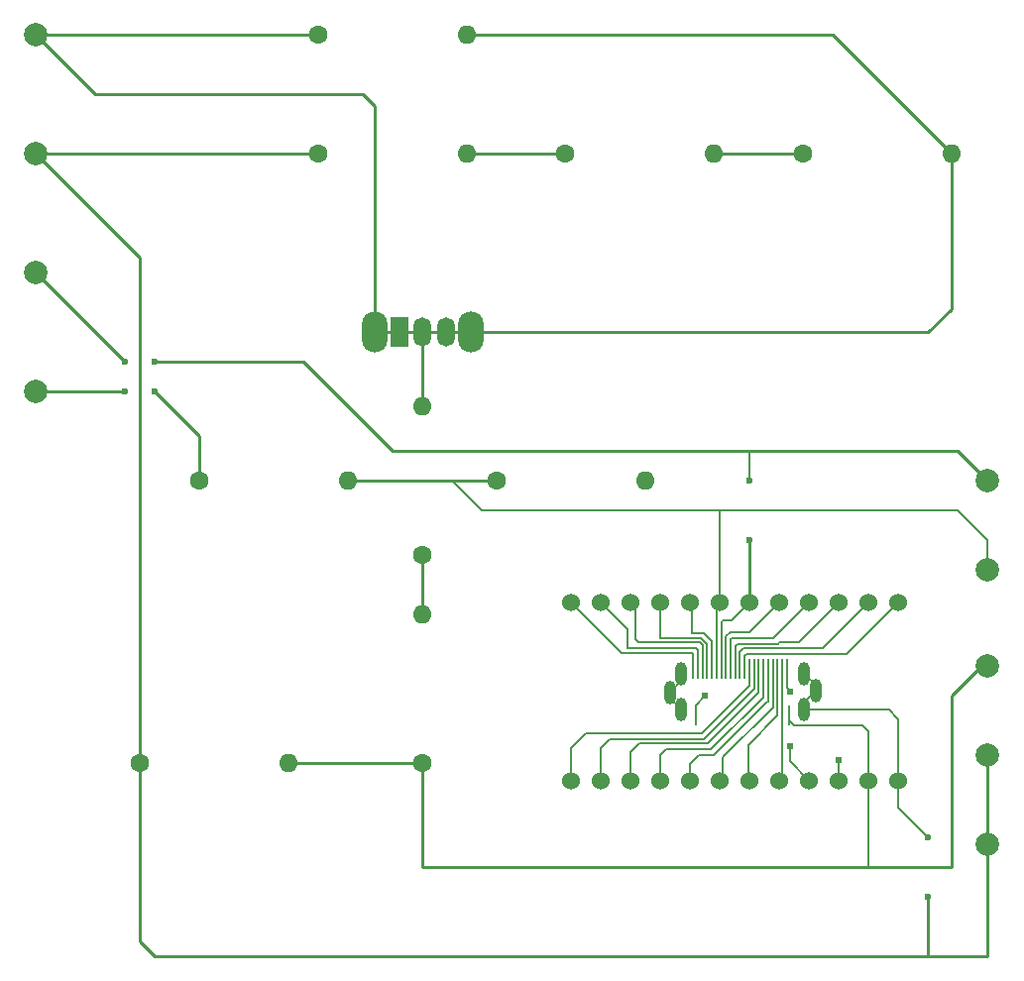
<source format=gbr>
%TF.GenerationSoftware,KiCad,Pcbnew,(7.0.0)*%
%TF.CreationDate,2023-08-25T09:59:11+02:00*%
%TF.ProjectId,JIG SWITCH,4a494720-5357-4495-9443-482e6b696361,rev?*%
%TF.SameCoordinates,Original*%
%TF.FileFunction,Copper,L1,Top*%
%TF.FilePolarity,Positive*%
%FSLAX46Y46*%
G04 Gerber Fmt 4.6, Leading zero omitted, Abs format (unit mm)*
G04 Created by KiCad (PCBNEW (7.0.0)) date 2023-08-25 09:59:11*
%MOMM*%
%LPD*%
G01*
G04 APERTURE LIST*
%TA.AperFunction,SMDPad,CuDef*%
%ADD10C,2.000000*%
%TD*%
%TA.AperFunction,ComponentPad*%
%ADD11C,1.600000*%
%TD*%
%TA.AperFunction,ComponentPad*%
%ADD12O,1.600000X1.600000*%
%TD*%
%TA.AperFunction,ComponentPad*%
%ADD13C,1.524000*%
%TD*%
%TA.AperFunction,ComponentPad*%
%ADD14O,2.200000X3.500000*%
%TD*%
%TA.AperFunction,ComponentPad*%
%ADD15R,1.500000X2.500000*%
%TD*%
%TA.AperFunction,ComponentPad*%
%ADD16O,1.500000X2.500000*%
%TD*%
%TA.AperFunction,SMDPad,CuDef*%
%ADD17R,0.200000X1.800000*%
%TD*%
%TA.AperFunction,ComponentPad*%
%ADD18O,1.000000X2.000000*%
%TD*%
%TA.AperFunction,ViaPad*%
%ADD19C,0.600000*%
%TD*%
%TA.AperFunction,ViaPad*%
%ADD20C,0.610000*%
%TD*%
%TA.AperFunction,Conductor*%
%ADD21C,0.150000*%
%TD*%
%TA.AperFunction,Conductor*%
%ADD22C,0.250000*%
%TD*%
%TA.AperFunction,Conductor*%
%ADD23C,0.200000*%
%TD*%
G04 APERTURE END LIST*
D10*
%TO.P,PC RX,3*%
%TO.N,N/C*%
X36140000Y-57840000D03*
%TD*%
D11*
%TO.P,R3,1*%
%TO.N,N/C*%
X81280000Y-47680000D03*
D12*
%TO.P,R3,2*%
X93979999Y-47679999D03*
%TD*%
D10*
%TO.P,UDC 3/GND,9*%
%TO.N,N/C*%
X117420000Y-106680000D03*
%TD*%
D11*
%TO.P,R5,1*%
%TO.N,N/C*%
X69160000Y-81970000D03*
D12*
%TO.P,R5,2*%
X69159999Y-69269999D03*
%TD*%
D10*
%TO.P,PC TX,4*%
%TO.N,N/C*%
X36140000Y-68000000D03*
%TD*%
D11*
%TO.P,R7,1*%
%TO.N,N/C*%
X45030000Y-99750000D03*
D12*
%TO.P,R7,2*%
X57729999Y-99749999D03*
%TD*%
D11*
%TO.P,R9,1*%
%TO.N,N/C*%
X75510000Y-75620000D03*
D12*
%TO.P,R9,2*%
X88209999Y-75619999D03*
%TD*%
D13*
%TO.P,,1*%
%TO.N,N/C*%
X81860000Y-86011000D03*
%TO.P,,2*%
X84400000Y-86011000D03*
%TO.P,,3*%
X86940000Y-86011000D03*
%TO.P,,4*%
X89480000Y-86011000D03*
%TO.P,,5*%
X92020000Y-86011000D03*
%TO.P,,6*%
X94560000Y-86011000D03*
%TO.P,,7*%
X97100000Y-86011000D03*
%TO.P,,8*%
X99640000Y-86011000D03*
%TO.P,,9*%
X102180000Y-86011000D03*
%TO.P,,10*%
X104720000Y-86011000D03*
%TO.P,,11*%
X107260000Y-86011000D03*
%TO.P,,12*%
X109800000Y-86011000D03*
%TD*%
D10*
%TO.P,PC GND,2*%
%TO.N,N/C*%
X36140000Y-47680000D03*
%TD*%
D14*
%TO.P,PCH2K < > PCH1K/PDEL/VTE,*%
%TO.N,*%
X65059999Y-62919999D03*
X73259999Y-62919999D03*
D15*
%TO.P,PCH2K < > PCH1K/PDEL/VTE,1*%
%TO.N,N/C*%
X67159999Y-62919999D03*
D16*
%TO.P,PCH2K < > PCH1K/PDEL/VTE,2*%
X69159999Y-62919999D03*
%TO.P,PCH2K < > PCH1K/PDEL/VTE,3*%
X71159999Y-62919999D03*
%TD*%
D11*
%TO.P,R1,1*%
%TO.N,N/C*%
X60270000Y-37520000D03*
D12*
%TO.P,R1,2*%
X72969999Y-37519999D03*
%TD*%
D11*
%TO.P,R2,1*%
%TO.N,N/C*%
X60270000Y-47680000D03*
D12*
%TO.P,R2,2*%
X72969999Y-47679999D03*
%TD*%
D11*
%TO.P,R8,1*%
%TO.N,N/C*%
X50110000Y-75620000D03*
D12*
%TO.P,R8,2*%
X62809999Y-75619999D03*
%TD*%
D10*
%TO.P,UDC7/D-,5*%
%TO.N,N/C*%
X117420000Y-75620000D03*
%TD*%
%TO.P,UDC6/D+,6*%
%TO.N,N/C*%
X117420000Y-83240000D03*
%TD*%
D17*
%TO.P,UDC,1*%
%TO.N,N/C*%
X92257999Y-91706999D03*
%TO.P,UDC,2*%
X92657999Y-91706999D03*
%TO.P,UDC,3*%
X93057999Y-91706999D03*
%TO.P,UDC,4*%
X93457999Y-91706999D03*
%TO.P,UDC,5*%
X93857999Y-91706999D03*
%TO.P,UDC,6*%
X94257999Y-91706999D03*
%TO.P,UDC,7*%
X94657999Y-91706999D03*
%TO.P,UDC,8*%
X95057999Y-91706999D03*
%TO.P,UDC,9*%
X95457999Y-91706999D03*
%TO.P,UDC,10*%
X95857999Y-91706999D03*
%TO.P,UDC,11*%
X96257999Y-91706999D03*
%TO.P,UDC,12*%
X96657999Y-91706999D03*
%TO.P,UDC,13*%
X97057999Y-91706999D03*
%TO.P,UDC,14*%
X97457999Y-91706999D03*
%TO.P,UDC,15*%
X97857999Y-91706999D03*
%TO.P,UDC,16*%
X98257999Y-91706999D03*
%TO.P,UDC,17*%
X98657999Y-91706999D03*
%TO.P,UDC,18*%
X99057999Y-91706999D03*
%TO.P,UDC,19*%
X99457999Y-91706999D03*
%TO.P,UDC,20*%
X99857999Y-91706999D03*
%TO.P,UDC,21*%
X100257999Y-91706999D03*
%TO.P,UDC,22*%
X92457999Y-95706999D03*
%TO.P,UDC,23*%
X100457999Y-95706999D03*
D18*
%TO.P,UDC,24*%
X91257999Y-92106999D03*
%TO.P,UDC,25*%
X91257999Y-95206999D03*
%TO.P,UDC,26*%
X90257999Y-93706999D03*
%TO.P,UDC,27*%
X101757999Y-95206999D03*
%TO.P,UDC,28*%
X101757999Y-92106999D03*
%TO.P,UDC,29*%
X102757999Y-93606999D03*
%TD*%
D10*
%TO.P,VCC,1*%
%TO.N,N/C*%
X36140000Y-37520000D03*
%TD*%
D11*
%TO.P,R4,1*%
%TO.N,N/C*%
X101600000Y-47680000D03*
D12*
%TO.P,R4,2*%
X114299999Y-47679999D03*
%TD*%
D10*
%TO.P,JIG SENSE 1/UDC 11/ID
,7*%
%TO.N,N/C*%
X117420000Y-91440000D03*
%TD*%
%TO.P,JIG SENSE 2/UDC 12,8*%
%TO.N,N/C*%
X117420000Y-99060000D03*
%TD*%
D13*
%TO.P,U3,1*%
%TO.N,N/C*%
X81860000Y-101251000D03*
%TO.P,U3,2*%
X84400000Y-101251000D03*
%TO.P,U3,3*%
X86940000Y-101251000D03*
%TO.P,U3,4*%
X89480000Y-101251000D03*
%TO.P,U3,5*%
X92020000Y-101251000D03*
%TO.P,U3,6*%
X94560000Y-101251000D03*
%TO.P,U3,7*%
X97100000Y-101251000D03*
%TO.P,U3,8*%
X99640000Y-101251000D03*
%TO.P,U3,9*%
X102180000Y-101251000D03*
%TO.P,U3,10*%
X104720000Y-101251000D03*
%TO.P,U3,11*%
X107260000Y-101251000D03*
%TO.P,U3,12*%
X109800000Y-101251000D03*
%TD*%
D11*
%TO.P,R6,1*%
%TO.N,N/C*%
X69160000Y-99750000D03*
D12*
%TO.P,R6,2*%
X69159999Y-87049999D03*
%TD*%
D19*
%TO.N,*%
X43760000Y-68000000D03*
X46300000Y-68000000D03*
D20*
X100529000Y-93631000D03*
D19*
X46300000Y-65460000D03*
D20*
X100529000Y-98330000D03*
D19*
X97100000Y-80700000D03*
D20*
X104720000Y-99473000D03*
D19*
X97100000Y-75620000D03*
D20*
X93290000Y-94012000D03*
D19*
X112340000Y-106100000D03*
X112340000Y-111180000D03*
X43760000Y-65460000D03*
%TD*%
D21*
%TO.N,*%
X105355000Y-90456000D02*
X109800000Y-86011000D01*
X93417000Y-89567000D02*
X92909000Y-89059000D01*
X92804000Y-89440000D02*
X87575000Y-89440000D01*
D22*
X114300000Y-47680000D02*
X114300000Y-60960000D01*
D21*
X94814000Y-87535000D02*
X95576000Y-87535000D01*
D22*
X97100000Y-73080000D02*
X113610000Y-73080000D01*
D21*
X92782000Y-99092000D02*
X92020000Y-99854000D01*
D22*
X117420000Y-116260000D02*
X117420000Y-99060000D01*
X113610000Y-73080000D02*
X114880000Y-73080000D01*
D21*
X86178000Y-90329000D02*
X81860000Y-86011000D01*
X97858000Y-93762000D02*
X93544000Y-98076000D01*
X95449000Y-88551000D02*
X97100000Y-88551000D01*
X89480000Y-99092000D02*
X89480000Y-101251000D01*
X93458000Y-89567000D02*
X93417000Y-89567000D01*
D22*
X81280000Y-47680000D02*
X72970000Y-47680000D01*
D21*
X101758000Y-95207000D02*
X108963000Y-95207000D01*
X87702000Y-98076000D02*
X86940000Y-98838000D01*
D22*
X112340000Y-62920000D02*
X89480000Y-62920000D01*
D21*
X95458000Y-91707000D02*
X95458000Y-89177000D01*
D23*
X97100000Y-73080000D02*
X97100000Y-75620000D01*
D21*
X96258000Y-90282000D02*
X96592000Y-89948000D01*
X84400000Y-98457000D02*
X84400000Y-101251000D01*
X92658000Y-91707000D02*
X92658000Y-90075000D01*
X92458000Y-94844000D02*
X93290000Y-94012000D01*
X95858000Y-89793000D02*
X96084000Y-89567000D01*
X92458000Y-95707000D02*
X92458000Y-94844000D01*
D22*
X46300000Y-65460000D02*
X59000000Y-65460000D01*
D21*
X93858000Y-91707000D02*
X93858000Y-89373000D01*
X95858000Y-91707000D02*
X95858000Y-89793000D01*
D22*
X46300000Y-68000000D02*
X50110000Y-71810000D01*
X50110000Y-71810000D02*
X50110000Y-75620000D01*
D21*
X98258000Y-91708000D02*
X98243000Y-94139000D01*
X96258000Y-91707000D02*
X96258000Y-90282000D01*
D22*
X72970000Y-37520000D02*
X104140000Y-37520000D01*
D21*
X96658000Y-90644000D02*
X96846000Y-90456000D01*
X100458000Y-95707000D02*
X100458000Y-96100000D01*
X87575000Y-89440000D02*
X87321000Y-89186000D01*
X102758000Y-93107000D02*
X102758000Y-93607000D01*
X100258000Y-91707000D02*
X100258000Y-93360000D01*
X94052000Y-99092000D02*
X92782000Y-99092000D01*
X92147000Y-88678000D02*
X92147000Y-86138000D01*
X96973000Y-101124000D02*
X97100000Y-101251000D01*
X93163000Y-88678000D02*
X92147000Y-88678000D01*
D22*
X64080000Y-42600000D02*
X41220000Y-42600000D01*
D21*
X94814000Y-99219000D02*
X94814000Y-100997000D01*
X97058000Y-91707000D02*
X97058000Y-93165000D01*
D22*
X59000000Y-65460000D02*
X66620000Y-73080000D01*
D21*
X95576000Y-89059000D02*
X99132000Y-89059000D01*
X97058000Y-93165000D02*
X93036000Y-97187000D01*
X101758000Y-92107000D02*
X102758000Y-93107000D01*
X89988000Y-98584000D02*
X89480000Y-99092000D01*
X90258000Y-94207000D02*
X90258000Y-93707000D01*
D22*
X69160000Y-108640000D02*
X107260000Y-108640000D01*
X114300000Y-108640000D02*
X114300000Y-93980000D01*
D21*
X99858000Y-101033000D02*
X99640000Y-101251000D01*
D22*
X69160000Y-87050000D02*
X69160000Y-81970000D01*
D21*
X91258000Y-92707000D02*
X91258000Y-92107000D01*
D22*
X71700000Y-75620000D02*
X75510000Y-75620000D01*
D21*
X99132000Y-89059000D02*
X102180000Y-86011000D01*
X99513000Y-89567000D02*
X99640000Y-89440000D01*
D22*
X112340000Y-116260000D02*
X112340000Y-111180000D01*
D21*
X104720000Y-99473000D02*
X104720000Y-101251000D01*
X93798000Y-98584000D02*
X89988000Y-98584000D01*
X92258000Y-90329000D02*
X86178000Y-90329000D01*
D22*
X114300000Y-93980000D02*
X116840000Y-91440000D01*
D21*
X103323000Y-89948000D02*
X107260000Y-86011000D01*
X94658000Y-91707000D02*
X94658000Y-87691000D01*
D22*
X69160000Y-62920000D02*
X69160000Y-69270000D01*
D21*
X98658000Y-91707000D02*
X98658000Y-94520000D01*
X96084000Y-89567000D02*
X99513000Y-89567000D01*
D22*
X45030000Y-56570000D02*
X36140000Y-47680000D01*
D23*
X114880000Y-78160000D02*
X117420000Y-80700000D01*
X94560000Y-78160000D02*
X114880000Y-78160000D01*
D21*
X93058000Y-89694000D02*
X92804000Y-89440000D01*
X89480000Y-89059000D02*
X89480000Y-86011000D01*
D22*
X60270000Y-47680000D02*
X36140000Y-47680000D01*
D21*
X93163000Y-97695000D02*
X85162000Y-97695000D01*
D22*
X66620000Y-73080000D02*
X97100000Y-73080000D01*
D21*
X93058000Y-91707000D02*
X93058000Y-89694000D01*
X99058000Y-94975000D02*
X94814000Y-99219000D01*
X93036000Y-97187000D02*
X83130000Y-97187000D01*
X92909000Y-89059000D02*
X89480000Y-89059000D01*
X91258000Y-95207000D02*
X90258000Y-94207000D01*
X95576000Y-87535000D02*
X97100000Y-86011000D01*
X107260000Y-97060000D02*
X107260000Y-101251000D01*
D22*
X36140000Y-57840000D02*
X43760000Y-65460000D01*
D21*
X96658000Y-91707000D02*
X96658000Y-90644000D01*
X102758000Y-93607000D02*
X101758000Y-94607000D01*
X99058000Y-91707000D02*
X99058000Y-94975000D01*
X98624000Y-94520000D02*
X94052000Y-99092000D01*
X92658000Y-90075000D02*
X92531000Y-89948000D01*
X86686000Y-89948000D02*
X86686000Y-88297000D01*
X97458000Y-93400000D02*
X93163000Y-97695000D01*
X98658000Y-94520000D02*
X98624000Y-94520000D01*
X98243000Y-94139000D02*
X93798000Y-98584000D01*
X100458000Y-96100000D02*
X100910000Y-96552000D01*
X93544000Y-98076000D02*
X87702000Y-98076000D01*
X92258000Y-91707000D02*
X92258000Y-90329000D01*
X94258000Y-86313000D02*
X94560000Y-86011000D01*
D22*
X93980000Y-47680000D02*
X101600000Y-47680000D01*
X69160000Y-99750000D02*
X69160000Y-108640000D01*
D21*
X99858000Y-91707000D02*
X99858000Y-101033000D01*
X94814000Y-100997000D02*
X94560000Y-101251000D01*
X97100000Y-88551000D02*
X99640000Y-86011000D01*
X96592000Y-89948000D02*
X103323000Y-89948000D01*
D22*
X57730000Y-99750000D02*
X69160000Y-99750000D01*
D21*
X99640000Y-89440000D02*
X101291000Y-89440000D01*
X100529000Y-99600000D02*
X102180000Y-101251000D01*
X108963000Y-95207000D02*
X109800000Y-96044000D01*
D22*
X45030000Y-99750000D02*
X45030000Y-56570000D01*
D21*
X92147000Y-86138000D02*
X92020000Y-86011000D01*
D22*
X36140000Y-37520000D02*
X60270000Y-37520000D01*
D21*
X106752000Y-96552000D02*
X107260000Y-97060000D01*
X96846000Y-90456000D02*
X105355000Y-90456000D01*
X93858000Y-89373000D02*
X93163000Y-88678000D01*
D23*
X117420000Y-80700000D02*
X117420000Y-83240000D01*
D21*
X100910000Y-96552000D02*
X106752000Y-96552000D01*
X95458000Y-89177000D02*
X95576000Y-89059000D01*
X92020000Y-99854000D02*
X92020000Y-101251000D01*
D23*
X109800000Y-103560000D02*
X112340000Y-106100000D01*
D21*
X99458000Y-95718000D02*
X96973000Y-98203000D01*
D23*
X107260000Y-108640000D02*
X107260000Y-101251000D01*
D22*
X46300000Y-116260000D02*
X112340000Y-116260000D01*
X43760000Y-68000000D02*
X36140000Y-68000000D01*
D23*
X94560000Y-78160000D02*
X94560000Y-86011000D01*
D21*
X94658000Y-87691000D02*
X94814000Y-87535000D01*
X86940000Y-98838000D02*
X86940000Y-101251000D01*
X95058000Y-88942000D02*
X95449000Y-88551000D01*
D22*
X114300000Y-60960000D02*
X112340000Y-62920000D01*
D23*
X71700000Y-75620000D02*
X74240000Y-78160000D01*
D22*
X65060000Y-43580000D02*
X64080000Y-42600000D01*
D21*
X100258000Y-93360000D02*
X100529000Y-93631000D01*
X99458000Y-91707000D02*
X99458000Y-95718000D01*
X83130000Y-97187000D02*
X81860000Y-98457000D01*
X90258000Y-93707000D02*
X91258000Y-92707000D01*
X100529000Y-98330000D02*
X100529000Y-99600000D01*
X101291000Y-89440000D02*
X104720000Y-86011000D01*
X87321000Y-89186000D02*
X87321000Y-86392000D01*
D22*
X41220000Y-42600000D02*
X36140000Y-37520000D01*
D23*
X74240000Y-78160000D02*
X94560000Y-78160000D01*
D21*
X109800000Y-96044000D02*
X109800000Y-101251000D01*
D23*
X109800000Y-101251000D02*
X109800000Y-103560000D01*
D22*
X97100000Y-80700000D02*
X97100000Y-86011000D01*
X104140000Y-37520000D02*
X114300000Y-47680000D01*
D21*
X81860000Y-98457000D02*
X81860000Y-101251000D01*
X93458000Y-91707000D02*
X93458000Y-89567000D01*
X101758000Y-94607000D02*
X101758000Y-95207000D01*
D22*
X114880000Y-73080000D02*
X117420000Y-75620000D01*
X112340000Y-116260000D02*
X117420000Y-116260000D01*
D21*
X87321000Y-86392000D02*
X86940000Y-86011000D01*
X97458000Y-91707000D02*
X97458000Y-93400000D01*
X94258000Y-91707000D02*
X94258000Y-86313000D01*
X96973000Y-98203000D02*
X96973000Y-101124000D01*
D22*
X107260000Y-108640000D02*
X114300000Y-108640000D01*
D21*
X92531000Y-89948000D02*
X86686000Y-89948000D01*
D22*
X45030000Y-99750000D02*
X45030000Y-114990000D01*
X65060000Y-62920000D02*
X65060000Y-43580000D01*
X64520000Y-62920000D02*
X97100000Y-62920000D01*
X62810000Y-75620000D02*
X71700000Y-75620000D01*
D21*
X85162000Y-97695000D02*
X84400000Y-98457000D01*
X86686000Y-88297000D02*
X84400000Y-86011000D01*
X97858000Y-91707000D02*
X97858000Y-93762000D01*
X95058000Y-91707000D02*
X95058000Y-88942000D01*
D22*
X45030000Y-114990000D02*
X46300000Y-116260000D01*
%TD*%
M02*

</source>
